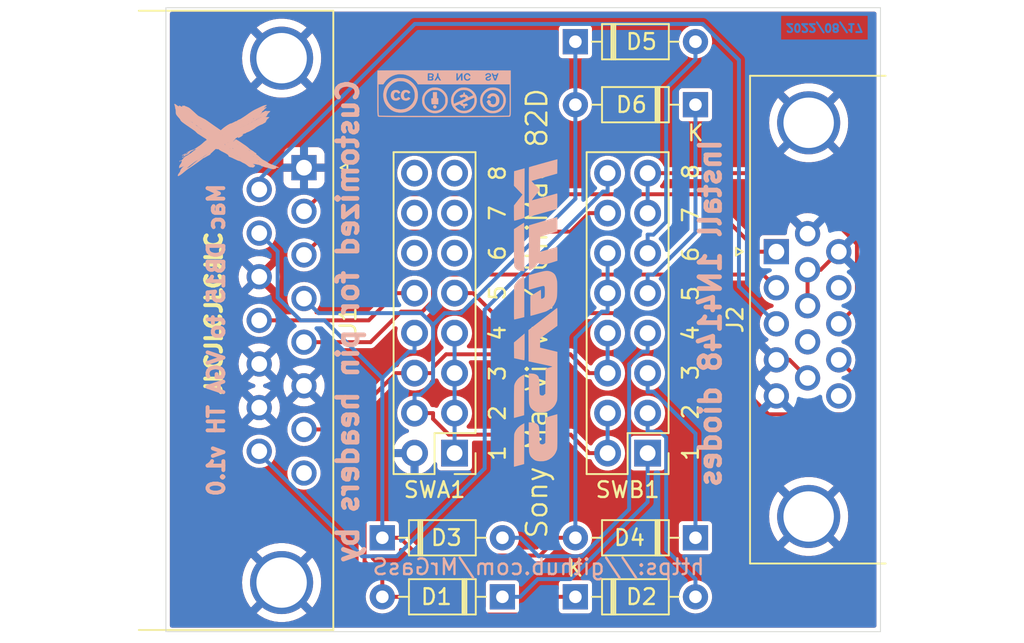
<source format=kicad_pcb>
(kicad_pcb (version 20211014) (generator pcbnew)
  (layers (0 "F.Cu" signal) (31 "B.Cu" signal) (34 "B.Paste" user) (35 "F.Paste" user) (36 "B.SilkS" user "B.Silkscreen") (37 "F.SilkS" user "F.Silkscreen") (38 "B.Mask" user) (39 "F.Mask" user) (44 "Edge.Cuts" user))
  (net 0 "")
  (net 1 "/S1-1")
  (net 2 "/D1")
  (net 3 "/D2")
  (net 4 "/D3")
  (net 5 "/S2-1")
  (net 6 "/D4")
  (net 7 "/S0-1")
  (net 8 "/D5")
  (net 9 "/D6")
  (net 10 "/HS")
  (net 11 "/VS")
  (net 12 "/B")
  (net 13 "Net-(J1-Pad8)")
  (net 14 "/G")
  (net 15 "/CS")
  (net 16 "/R")
  (net 17 "Net-(J2-Pad15)")
  (net 18 "/VS-2")
  (net 19 "Net-(J2-Pad12)")
  (net 20 "Net-(J2-Pad9)")
  (net 21 "Net-(SWA1-Pad1)")
  (net 22 "/HS-CS")
  (net 23 "/GND")
  (footprint "Connector_Dsub:DSUB-15_Male_Horizontal_P2.77x2.84mm_EdgePinOffset7.70mm_Housed_MountingHolesOffset9.12mm" (layer "F.Cu") (at 109.22 95.25 -90)
    (fp_text reference "J1" (at 9.695 -2.8 90) (layer "F.SilkS"))
    (fp_text value "Mac_DB15_Male_MountingHoles")
    (pad "0" thru_hole circle locked (at -6.955 1.42 270) (size 4 4) (drill 3.2) (layers *.Cu *.Mask) (net 23 "/GND"))
    (pad "0" thru_hole circle locked (at 26.345 1.42 270) (size 4 4) (drill 3.2) (layers *.Cu *.Mask) (net 23 "/GND"))
    (pad "1" thru_hole rect locked (at 0 0 270) (size 1.6 1.6) (drill 1) (layers *.Cu *.Mask) (net 23 "/GND"))
    (pad "2" thru_hole circle locked (at 2.77 0 270) (size 1.6 1.6) (drill 1) (layers *.Cu *.Mask) (net 16 "/R"))
    (pad "3" thru_hole circle locked (at 5.54 0 270) (size 1.6 1.6) (drill 1) (layers *.Cu *.Mask) (net 15 "/CS"))
    (pad "4" thru_hole circle locked (at 8.31 0 270) (size 1.6 1.6) (drill 1) (layers *.Cu *.Mask) (net 7 "/S0-1"))
    (pad "5" thru_hole circle locked (at 11.08 0 270) (size 1.6 1.6) (drill 1) (layers *.Cu *.Mask) (net 14 "/G"))
    (pad "6" thru_hole circle locked (at 13.85 0 270) (size 1.6 1.6) (drill 1) (layers *.Cu *.Mask) (net 23 "/GND"))
    (pad "7" thru_hole circle locked (at 16.62 0 270) (size 1.6 1.6) (drill 1) (layers *.Cu *.Mask) (net 1 "/S1-1"))
    (pad "8" thru_hole circle locked (at 19.39 0 270) (size 1.6 1.6) (drill 1) (layers *.Cu *.Mask) (net 13 "Net-(J1-Pad8)"))
    (pad "9" thru_hole circle locked (at 1.385 2.84 270) (size 1.6 1.6) (drill 1) (layers *.Cu *.Mask) (net 12 "/B"))
    (pad "10" thru_hole circle locked (at 4.155 2.84 270) (size 1.6 1.6) (drill 1) (layers *.Cu *.Mask) (net 5 "/S2-1"))
    (pad "11" thru_hole circle locked (at 6.925 2.84 270) (size 1.6 1.6) (drill 1) (layers *.Cu *.Mask) (net 23 "/GND"))
    (pad "12" thru_hole circle locked (at 9.695 2.84 270) (size 1.6 1.6) (drill 1) (layers *.Cu *.Mask) (net 11 "/VS"))
    (pad "13" thru_hole circle locked (at 12.465 2.84 270) (size 1.6 1.6) (drill 1) (layers *.Cu *.Mask) (net 23 "/GND"))
    (pad "14" thru_hole circle locked (at 15.235 2.84 270) (size 1.6 1.6) (drill 1) (layers *.Cu *.Mask) (net 23 "/GND"))
    (pad "15" thru_hole circle locked (at 18.005 2.84 270) (size 1.6 1.6) (drill 1) (layers *.Cu *.Mask) (net 10 "/HS"))
  )
  (footprint "Connector_PinHeader_2.54mm:PinHeader_2x08_P2.54mm_Vertical" (layer "F.Cu") (at 118.775 113.375 180)
    (fp_text reference "SWA1" (at 1.27 -2.33 180) (layer "F.SilkS"))
    (fp_text value "SW_DIP_x08")
    (fp_text user "6" (at -2.725 12.7 90 unlocked) (layer "F.SilkS"))
    (fp_text user "4" (at -2.725 7.625 90 unlocked) (layer "F.SilkS"))
    (fp_text user "5" (at -2.725 10.175 90 unlocked) (layer "F.SilkS"))
    (fp_text user "2" (at -2.725 2.55 90 unlocked) (layer "F.SilkS"))
    (fp_text user "3" (at -2.725 5.075 90 unlocked) (layer "F.SilkS"))
    (fp_text user "1" (at -2.725 0 90 unlocked) (layer "F.SilkS"))
    (fp_text user "8" (at -2.725 17.775 90 unlocked) (layer "F.SilkS"))
    (fp_text user "7" (at -2.725 15.25 90 unlocked) (layer "F.SilkS"))
    (pad "1" thru_hole rect (at 0 0 180) (size 1.7 1.7) (drill 1) (layers *.Cu *.Mask) (net 21 "Net-(SWA1-Pad1)"))
    (pad "2" thru_hole oval (at 0 2.54 180) (size 1.7 1.7) (drill 1) (layers *.Cu *.Mask) (net 21 "Net-(SWA1-Pad1)"))
    (pad "3" thru_hole oval (at 0 5.08 180) (size 1.7 1.7) (drill 1) (layers *.Cu *.Mask) (net 21 "Net-(SWA1-Pad1)"))
    (pad "4" thru_hole oval (at 0 7.62 180) (size 1.7 1.7) (drill 1) (layers *.Cu *.Mask) (net 21 "Net-(SWA1-Pad1)"))
    (pad "5" thru_hole oval (at 0 10.16 180) (size 1.7 1.7) (drill 1) (layers *.Cu *.Mask) (net 18 "/VS-2"))
    (pad "6" thru_hole oval (at 0 12.7 180) (size 1.7 1.7) (drill 1) (layers *.Cu *.Mask))
    (pad "7" thru_hole oval (at 0 15.24 180) (size 1.7 1.7) (drill 1) (layers *.Cu *.Mask))
    (pad "8" thru_hole oval (at 0 17.78 180) (size 1.7 1.7) (drill 1) (layers *.Cu *.Mask))
    (pad "9" thru_hole oval (at 2.54 17.78 180) (size 1.7 1.7) (drill 1) (layers *.Cu *.Mask))
    (pad "10" thru_hole oval (at 2.54 15.24 180) (size 1.7 1.7) (drill 1) (layers *.Cu *.Mask))
    (pad "11" thru_hole oval (at 2.54 12.7 180) (size 1.7 1.7) (drill 1) (layers *.Cu *.Mask))
    (pad "12" thru_hole oval (at 2.54 10.16 180) (size 1.7 1.7) (drill 1) (layers *.Cu *.Mask) (net 11 "/VS"))
    (pad "13" thru_hole oval (at 2.54 7.62 180) (size 1.7 1.7) (drill 1) (layers *.Cu *.Mask) (net 5 "/S2-1"))
    (pad "14" thru_hole oval (at 2.54 5.08 180) (size 1.7 1.7) (drill 1) (layers *.Cu *.Mask) (net 1 "/S1-1"))
    (pad "15" thru_hole oval (at 2.54 2.54 180) (size 1.7 1.7) (drill 1) (layers *.Cu *.Mask) (net 7 "/S0-1"))
    (pad "16" thru_hole oval (at 2.54 0 180) (size 1.7 1.7) (drill 1) (layers *.Cu *.Mask) (net 23 "/GND"))
  )
  (footprint "Diode_THT:D_DO-35_SOD27_P7.62mm_Horizontal" (layer "F.Cu") (at 126.44 122.5)
    (fp_text reference "D2" (at 4.191 0) (layer "F.SilkS"))
    (fp_text value "1N4148")
    (fp_text user "K" (at 0 -1.8) (layer "F.SilkS"))
    (pad "1" thru_hole rect locked (at 0 0) (size 1.6 1.6) (drill 0.8) (layers *.Cu *.Mask) (net 1 "/S1-1"))
    (pad "2" thru_hole oval locked (at 7.62 0) (size 1.6 1.6) (drill 0.8) (layers *.Cu *.Mask) (net 3 "/D2"))
  )
  (footprint "Diode_THT:D_DO-35_SOD27_P7.62mm_Horizontal" (layer "F.Cu") (at 121.81 122.5 180)
    (fp_text reference "D1" (at 4.191 0) (layer "F.SilkS"))
    (fp_text value "1N4148")
    (pad "1" thru_hole rect locked (at 0 0 180) (size 1.6 1.6) (drill 0.8) (layers *.Cu *.Mask) (net 2 "/D1"))
    (pad "2" thru_hole oval locked (at 7.62 0 180) (size 1.6 1.6) (drill 0.8) (layers *.Cu *.Mask) (net 1 "/S1-1"))
  )
  (footprint "Diode_THT:D_DO-35_SOD27_P7.62mm_Horizontal" (layer "F.Cu") (at 114.19 118.75)
    (fp_text reference "D3" (at 4.064 0) (layer "F.SilkS"))
    (fp_text value "1N4148")
    (pad "1" thru_hole rect locked (at 0 0) (size 1.6 1.6) (drill 0.8) (layers *.Cu *.Mask) (net 5 "/S2-1"))
    (pad "2" thru_hole oval locked (at 7.62 0) (size 1.6 1.6) (drill 0.8) (layers *.Cu *.Mask) (net 4 "/D3"))
  )
  (footprint "Diode_THT:D_DO-35_SOD27_P7.62mm_Horizontal" (layer "F.Cu") (at 134.06 118.75 180)
    (fp_text reference "D4" (at 4.191 0) (layer "F.SilkS"))
    (fp_text value "1N4148")
    (pad "1" thru_hole rect locked (at 0 0 180) (size 1.6 1.6) (drill 0.8) (layers *.Cu *.Mask) (net 6 "/D4"))
    (pad "2" thru_hole oval locked (at 7.62 0 180) (size 1.6 1.6) (drill 0.8) (layers *.Cu *.Mask) (net 5 "/S2-1"))
  )
  (footprint "Diode_THT:D_DO-35_SOD27_P7.62mm_Horizontal" (layer "F.Cu") (at 126.44 87.25)
    (fp_text reference "D5" (at 4.191 0) (layer "F.SilkS"))
    (fp_text value "1N4148")
    (pad "1" thru_hole rect locked (at 0 0) (size 1.6 1.6) (drill 0.8) (layers *.Cu *.Mask) (net 7 "/S0-1"))
    (pad "2" thru_hole oval locked (at 7.62 0) (size 1.6 1.6) (drill 0.8) (layers *.Cu *.Mask) (net 8 "/D5"))
  )
  (footprint "Diode_THT:D_DO-35_SOD27_P7.62mm_Horizontal" (layer "F.Cu") (at 134.06 91.25 180)
    (fp_text reference "D6" (at 4.064 0) (layer "F.SilkS"))
    (fp_text value "1N4148")
    (fp_text user "K" (at 0 -1.8) (layer "F.SilkS"))
    (pad "1" thru_hole rect locked (at 0 0 180) (size 1.6 1.6) (drill 0.8) (layers *.Cu *.Mask) (net 9 "/D6"))
    (pad "2" thru_hole oval locked (at 7.62 0 180) (size 1.6 1.6) (drill 0.8) (layers *.Cu *.Mask) (net 7 "/S0-1"))
  )
  (footprint "Connector_PinHeader_2.54mm:PinHeader_2x08_P2.54mm_Vertical" (layer "F.Cu") (at 131.025 113.375 180)
    (fp_text reference "SWB1" (at 1.27 -2.33 180) (layer "F.SilkS"))
    (fp_text value "SW_DIP_x08")
    (fp_text user "3" (at -2.725 5.125 90 unlocked) (layer "F.SilkS"))
    (fp_text user "7" (at -2.725 15.125 90 unlocked) (layer "F.SilkS"))
    (fp_text user "5" (at -2.725 10.125 90 unlocked) (layer "F.SilkS"))
    (fp_text user "4" (at -2.725 7.625 90 unlocked) (layer "F.SilkS"))
    (fp_text user "1" (at -2.725 0 90 unlocked) (layer "F.SilkS"))
    (fp_text user "8" (at -2.725 17.875 90 unlocked) (layer "F.SilkS"))
    (fp_text user "2" (at -2.725 2.625 90 unlocked) (layer "F.SilkS"))
    (fp_text user "6" (at -2.725 12.625 90 unlocked) (layer "F.SilkS"))
    (pad "1" thru_hole rect (at 0 0 180) (size 1.7 1.7) (drill 1) (layers *.Cu *.Mask) (net 2 "/D1"))
    (pad "2" thru_hole oval (at 0 2.54 180) (size 1.7 1.7) (drill 1) (layers *.Cu *.Mask) (net 3 "/D2"))
    (pad "3" thru_hole oval (at 0 5.08 180) (size 1.7 1.7) (drill 1) (layers *.Cu *.Mask) (net 6 "/D4"))
    (pad "4" thru_hole oval (at 0 7.62 180) (size 1.7 1.7) (drill 1) (layers *.Cu *.Mask) (net 4 "/D3"))
    (pad "5" thru_hole oval (at 0 10.16 180) (size 1.7 1.7) (drill 1) (layers *.Cu *.Mask) (net 9 "/D6"))
    (pad "6" thru_hole oval (at 0 12.7 180) (size 1.7 1.7) (drill 1) (layers *.Cu *.Mask) (net 8 "/D5"))
    (pad "7" thru_hole oval (at 0 15.24 180) (size 1.7 1.7) (drill 1) (layers *.Cu *.Mask) (net 22 "/HS-CS"))
    (pad "8" thru_hole oval (at 0 17.78 180) (size 1.7 1.7) (drill 1) (layers *.Cu *.Mask) (net 22 "/HS-CS"))
    (pad "9" thru_hole oval (at 2.54 17.78 180) (size 1.7 1.7) (drill 1) (layers *.Cu *.Mask) (net 10 "/HS"))
    (pad "10" thru_hole oval (at 2.54 15.24 180) (size 1.7 1.7) (drill 1) (layers *.Cu *.Mask) (net 15 "/CS"))
    (pad "11" thru_hole oval (at 2.54 12.7 180) (size 1.7 1.7) (drill 1) (layers *.Cu *.Mask) (net 5 "/S2-1"))
    (pad "12" thru_hole oval (at 2.54 10.16 180) (size 1.7 1.7) (drill 1) (layers *.Cu *.Mask) (net 5 "/S2-1"))
    (pad "13" thru_hole oval (at 2.54 7.62 180) (size 1.7 1.7) (drill 1) (layers *.Cu *.Mask) (net 1 "/S1-1"))
    (pad "14" thru_hole oval (at 2.54 5.08 180) (size 1.7 1.7) (drill 1) (layers *.Cu *.Mask) (net 1 "/S1-1"))
    (pad "15" thru_hole oval (at 2.54 2.54 180) (size 1.7 1.7) (drill 1) (layers *.Cu *.Mask) (net 7 "/S0-1"))
    (pad "16" thru_hole oval (at 2.54 0 180) (size 1.7 1.7) (drill 1) (layers *.Cu *.Mask) (net 7 "/S0-1"))
  )
  (footprint "project:logo_7_back" (layer "F.Cu") (at 103.25 93.5 90)
    (fp_text reference "LOGOX" hide)
    (fp_text value "LOGO" hide)
  )
  (footprint "Connector_Dsub:DSUB-15-HD_Female_Horizontal_P2.29x1.98mm_EdgePinOffset3.03mm_Housed_MountingHolesOffset4.94mm" (layer "F.Cu") (at 139.192 100.584 90)
    (fp_text reference "J2" (at -4.315 -2.61 90) (layer "F.SilkS"))
    (fp_text value "VGA_DB15_Female_HighDensity_MountingHoles")
    (pad "0" thru_hole circle locked (at -16.815 2.05 90) (size 4 4) (drill 3.2) (layers *.Cu *.Mask) (net 23 "/GND"))
    (pad "0" thru_hole circle locked (at 8.185 2.05 90) (size 4 4) (drill 3.2) (layers *.Cu *.Mask) (net 23 "/GND"))
    (pad "1" thru_hole rect locked (at 0 0 90) (size 1.6 1.6) (drill 1) (layers *.Cu *.Mask) (net 16 "/R"))
    (pad "2" thru_hole circle locked (at -2.29 0 90) (size 1.6 1.6) (drill 1) (layers *.Cu *.Mask) (net 14 "/G"))
    (pad "3" thru_hole circle locked (at -4.58 0 90) (size 1.6 1.6) (drill 1) (layers *.Cu *.Mask) (net 12 "/B"))
    (pad "4" thru_hole circle locked (at -6.87 0 90) (size 1.6 1.6) (drill 1) (layers *.Cu *.Mask) (net 23 "/GND"))
    (pad "5" thru_hole circle locked (at -9.16 0 90) (size 1.6 1.6) (drill 1) (layers *.Cu *.Mask) (net 23 "/GND"))
    (pad "6" thru_hole circle locked (at 1.145 1.98 90) (size 1.6 1.6) (drill 1) (layers *.Cu *.Mask) (net 23 "/GND"))
    (pad "7" thru_hole circle locked (at -1.145 1.98 90) (size 1.6 1.6) (drill 1) (layers *.Cu *.Mask) (net 23 "/GND"))
    (pad "8" thru_hole circle locked (at -3.435 1.98 90) (size 1.6 1.6) (drill 1) (layers *.Cu *.Mask) (net 23 "/GND"))
    (pad "9" thru_hole circle locked (at -5.725 1.98 90) (size 1.6 1.6) (drill 1) (layers *.Cu *.Mask) (net 20 "Net-(J2-Pad9)"))
    (pad "10" thru_hole circle locked (at -8.015 1.98 90) (size 1.6 1.6) (drill 1) (layers *.Cu *.Mask) (net 23 "/GND"))
    (pad "11" thru_hole circle locked (at 0 3.96 90) (size 1.6 1.6) (drill 1) (layers *.Cu *.Mask) (net 23 "/GND"))
    (pad "12" thru_hole circle locked (at -2.29 3.96 90) (size 1.6 1.6) (drill 1) (layers *.Cu *.Mask) (net 19 "Net-(J2-Pad12)"))
    (pad "13" thru_hole circle locked (at -4.58 3.96 90) (size 1.6 1.6) (drill 1) (layers *.Cu *.Mask) (net 22 "/HS-CS"))
    (pad "14" thru_hole circle locked (at -6.87 3.96 90) (size 1.6 1.6) (drill 1) (layers *.Cu *.Mask) (net 18 "/VS-2"))
    (pad "15" thru_hole circle locked (at -9.16 3.96 90) (size 1.6 1.6) (drill 1) (layers *.Cu *.Mask) (net 17 "Net-(J2-Pad15)"))
  )
  (footprint "project:cc_by_nc_sa_front_silk_screen" (layer "B.Cu") (at 118.11 90.551)
    (fp_text reference "LOGO" hide)
    (fp_text value "LOGO" hide)
  )
  (footprint "project:mrgasslogo" (layer "B.Cu") (at 124 104.5 -90)
    (fp_text reference "mrgasslogo" hide)
    (fp_text value "LOGO" hide)
  )
  (gr_line (start 100.457 124.714) (end 100.457 85.09) (layer "Edge.Cuts") (width 0.05))
  (gr_line (start 145.796 85.09) (end 145.796 124.714) (layer "Edge.Cuts") (width 0.05))
  (gr_line (start 145.796 124.714) (end 100.457 124.714) (layer "Edge.Cuts") (width 0.05))
  (gr_line (start 100.457 85.09) (end 145.796 85.09) (layer "Edge.Cuts") (width 0.05))
  (gr_text "2022/08/17" (at 142.24 86.36 180) (layer "B.Cu") (effects (font (size 0.5 0.5) (thickness 0.125)) (justify mirror)))
  (gr_text "Mac DB15 to VGA TH v1.0" (at 103.654 106.192 90) (layer "B.SilkS") (effects (font (size 1 1) (thickness 0.25)) (justify mirror)))
  (gr_text "Install 1N4148 diodes" (at 135 104.5 90) (layer "B.SilkS") (effects (font (size 1.3 1.3) (thickness 0.3)) (justify mirror)))
  (gr_text "Customized for pin headers by" (at 112 105 90) (layer "B.SilkS") (effects (font (size 1.3 1.3) (thickness 0.3)) (justify mirror)))
  (gr_text "https://github.com/MrGasS" (at 124.1 120.6) (layer "B.SilkS") (effects (font (size 1 1)) (justify mirror)))
  (gr_text "Sony MacView / UniMac 82D" (at 124 104.5 90) (layer "F.SilkS") (effects (font (size 1.3 1.3))))
  (gr_text "JLCJLCJLCJLC" (at 103.5 104.5 90) (layer "F.SilkS") (effects (font (size 1 1) (thickness 0.25))))
  (segment (start 114.19 122.5) (end 114.19 121.3749) (width 0.25) (layer "F.Cu") (net 1))
  (segment (start 116.4402 123.6251) (end 124.1898 123.6251) (width 0.25) (layer "F.Cu") (net 1))
  (segment (start 114.19 122.5) (end 115.3151 122.5) (width 0.25) (layer "F.Cu") (net 1))
  (segment (start 113.0648 120.2497) (end 114.19 121.3749) (width 0.25) (layer "F.Cu") (net 1))
  (segment (start 124.1898 123.6251) (end 125.3149 122.5) (width 0.25) (layer "F.Cu") (net 1))
  (segment (start 116.235 108.295) (end 115.0599 108.295) (width 0.25) (layer "F.Cu") (net 1))
  (segment (start 117.4101 107.9297) (end 117.4101 108.295) (width 0.25) (layer "F.Cu") (net 1))
  (segment (start 115.3151 122.5) (end 116.4402 123.6251) (width 0.25) (layer "F.Cu") (net 1))
  (segment (start 115.0599 108.295) (end 113.0648 110.2901) (width 0.25) (layer "F.Cu") (net 1))
  (segment (start 127.3099 108.295) (end 126.1157 107.1008) (width 0.25) (layer "F.Cu") (net 1))
  (segment (start 128.485 108.295) (end 127.3099 108.295) (width 0.25) (layer "F.Cu") (net 1))
  (segment (start 113.0648 111.87) (end 113.0648 120.2497) (width 0.25) (layer "F.Cu") (net 1))
  (segment (start 113.0648 110.2901) (end 113.0648 111.87) (width 0.25) (layer "F.Cu") (net 1))
  (segment (start 113.0648 111.87) (end 109.22 111.87) (width 0.25) (layer "F.Cu") (net 1))
  (segment (start 116.235 108.295) (end 117.4101 108.295) (width 0.25) (layer "F.Cu") (net 1))
  (segment (start 126.44 122.5) (end 125.3149 122.5) (width 0.25) (layer "F.Cu") (net 1))
  (segment (start 118.239 107.1008) (end 117.4101 107.9297) (width 0.25) (layer "F.Cu") (net 1))
  (segment (start 126.1157 107.1008) (end 118.239 107.1008) (width 0.25) (layer "F.Cu") (net 1))
  (segment (start 128.485 108.295) (end 128.485 105.755) (width 0.25) (layer "B.Cu") (net 1))
  (segment (start 124.0602 121.3749) (end 122.9351 122.5) (width 0.25) (layer "B.Cu") (net 2))
  (segment (start 131.025 113.375) (end 131.025 116.4723) (width 0.25) (layer "B.Cu") (net 2))
  (segment (start 121.81 122.5) (end 122.9351 122.5) (width 0.25) (layer "B.Cu") (net 2))
  (segment (start 131.025 116.4723) (end 126.1224 121.3749) (width 0.25) (layer "B.Cu") (net 2))
  (segment (start 126.1224 121.3749) (end 124.0602 121.3749) (width 0.25) (layer "B.Cu") (net 2))
  (segment (start 132.2001 112.3773) (end 132.2001 119.515) (width 0.25) (layer "B.Cu") (net 3))
  (segment (start 131.025 110.835) (end 131.025 112.0101) (width 0.25) (layer "B.Cu") (net 3))
  (segment (start 131.025 112.0101) (end 131.8329 112.0101) (width 0.25) (layer "B.Cu") (net 3))
  (segment (start 132.2001 119.515) (end 134.06 121.3749) (width 0.25) (layer "B.Cu") (net 3))
  (segment (start 131.8329 112.0101) (end 132.2001 112.3773) (width 0.25) (layer "B.Cu") (net 3))
  (segment (start 134.06 122.5) (end 134.06 121.3749) (width 0.25) (layer "B.Cu") (net 3))
  (segment (start 121.81 118.75) (end 122.9351 118.75) (width 0.25) (layer "B.Cu") (net 4))
  (segment (start 129.8499 116.9379) (end 126.8656 119.9222) (width 0.25) (layer "B.Cu") (net 4))
  (segment (start 130.6577 106.9301) (end 129.8499 107.7379) (width 0.25) (layer "B.Cu") (net 4))
  (segment (start 126.8656 119.9222) (end 124.1073 119.9222) (width 0.25) (layer "B.Cu") (net 4))
  (segment (start 124.1073 119.9222) (end 122.9351 118.75) (width 0.25) (layer "B.Cu") (net 4))
  (segment (start 129.8499 107.7379) (end 129.8499 116.9379) (width 0.25) (layer "B.Cu") (net 4))
  (segment (start 131.025 106.9301) (end 130.6577 106.9301) (width 0.25) (layer "B.Cu") (net 4))
  (segment (start 131.025 105.755) (end 131.025 106.9301) (width 0.25) (layer "B.Cu") (net 4))
  (segment (start 124.1898 119.8751) (end 116.4402 119.8751) (width 0.25) (layer "F.Cu") (net 5))
  (segment (start 125.3149 118.75) (end 124.1898 119.8751) (width 0.25) (layer "F.Cu") (net 5))
  (segment (start 116.4402 119.8751) (end 115.3151 118.75) (width 0.25) (layer "F.Cu") (net 5))
  (segment (start 114.19 118.75) (end 115.3151 118.75) (width 0.25) (layer "F.Cu") (net 5))
  (segment (start 126.44 118.75) (end 125.3149 118.75) (width 0.25) (layer "F.Cu") (net 5))
  (segment (start 114.19 108.6098) (end 110.5252 104.945) (width 0.25) (layer "B.Cu") (net 5))
  (segment (start 114.19 108.6098) (end 115.8697 106.9301) (width 0.25) (layer "B.Cu") (net 5))
  (segment (start 116.235 105.755) (end 116.235 106.9301) (width 0.25) (layer "B.Cu") (net 5))
  (segment (start 128.485 103.215) (end 128.485 104.3901) (width 0.25) (layer "B.Cu") (net 5))
  (segment (start 107.5505 103.5006) (end 107.5505 100.5755) (width 0.25) (layer "B.Cu") (net 5))
  (segment (start 128.485 100.675) (end 128.485 103.215) (width 0.25) (layer "B.Cu") (net 5))
  (segment (start 108.9949 104.945) (end 107.5505 103.5006) (width 0.25) (layer "B.Cu") (net 5))
  (segment (start 110.5252 104.945) (end 108.9949 104.945) (width 0.25) (layer "B.Cu") (net 5))
  (segment (start 107.5505 100.5755) (end 106.38 99.405) (width 0.25) (layer "B.Cu") (net 5))
  (segment (start 115.8697 106.9301) (end 116.235 106.9301) (width 0.25) (layer "B.Cu") (net 5))
  (segment (start 114.19 118.75) (end 114.19 108.6098) (width 0.25) (layer "B.Cu") (net 5))
  (segment (start 128.1178 104.3901) (end 126.44 106.0679) (width 0.25) (layer "B.Cu") (net 5))
  (segment (start 128.485 104.3901) (end 128.1178 104.3901) (width 0.25) (layer "B.Cu") (net 5))
  (segment (start 126.44 106.0679) (end 126.44 118.75) (width 0.25) (layer "B.Cu") (net 5))
  (segment (start 131.025 108.295) (end 131.025 109.4701) (width 0.25) (layer "B.Cu") (net 6))
  (segment (start 131.3922 109.4701) (end 134.06 112.1379) (width 0.25) (layer "B.Cu") (net 6))
  (segment (start 131.025 109.4701) (end 131.3922 109.4701) (width 0.25) (layer "B.Cu") (net 6))
  (segment (start 134.06 112.1379) (end 134.06 118.75) (width 0.25) (layer "B.Cu") (net 6))
  (segment (start 116.8226 110.835) (end 117.4101 110.835) (width 0.25) (layer "F.Cu") (net 7))
  (segment (start 118.4097 112.1999) (end 117.4101 111.2003) (width 0.25) (layer "F.Cu") (net 7))
  (segment (start 117.4101 111.2003) (end 117.4101 110.835) (width 0.25) (layer "F.Cu") (net 7))
  (segment (start 116.8226 110.835) (end 116.235 110.835) (width 0.25) (layer "F.Cu") (net 7))
  (segment (start 126.1348 112.1999) (end 118.4097 112.1999) (width 0.25) (layer "F.Cu") (net 7))
  (segment (start 128.485 113.375) (end 127.3099 113.375) (width 0.25) (layer "F.Cu") (net 7))
  (segment (start 127.3099 113.375) (end 126.1348 112.1999) (width 0.25) (layer "F.Cu") (net 7))
  (segment (start 116.235 110.835) (end 116.235 109.6599) (width 0.25) (layer "B.Cu") (net 7))
  (segment (start 118.1545 104.485) (end 117.4102 105.2293) (width 0.25) (layer "B.Cu") (net 7))
  (segment (start 110.145 104.485) (end 109.22 103.56) (width 0.25) (layer "B.Cu") (net 7))
  (segment (start 116.6659 104.485) (end 110.145 104.485) (width 0.25) (layer "B.Cu") (net 7))
  (segment (start 126.44 87.25) (end 126.44 91.25) (width 0.25) (layer "B.Cu") (net 7))
  (segment (start 119.1825 104.485) (end 118.1545 104.485) (width 0.25) (layer "B.Cu") (net 7))
  (segment (start 128.485 113.375) (end 128.485 110.835) (width 0.25) (layer "B.Cu") (net 7))
  (segment (start 116.235 109.6599) (end 116.6022 109.6599) (width 0.25) (layer "B.Cu") (net 7))
  (segment (start 117.4102 108.8519) (end 117.4102 105.2293) (width 0.25) (layer "B.Cu") (net 7))
  (segment (start 117.4102 105.2293) (end 116.6659 104.485) (width 0.25) (layer "B.Cu") (net 7))
  (segment (start 126.44 91.25) (end 126.44 97.2275) (width 0.25) (layer "B.Cu") (net 7))
  (segment (start 116.6022 109.6599) (end 117.4102 108.8519) (width 0.25) (layer "B.Cu") (net 7))
  (segment (start 126.44 97.2275) (end 119.1825 104.485) (width 0.25) (layer "B.Cu") (net 7))
  (segment (start 132.2001 90.235) (end 134.06 88.3751) (width 0.25) (layer "B.Cu") (net 8))
  (segment (start 132.2001 98.6921) (end 132.2001 90.235) (width 0.25) (layer "B.Cu") (net 8))
  (segment (start 134.06 87.25) (end 134.06 88.3751) (width 0.25) (layer "B.Cu") (net 8))
  (segment (start 131.025 99.4999) (end 131.3923 99.4999) (width 0.25) (layer "B.Cu") (net 8))
  (segment (start 131.3923 99.4999) (end 132.2001 98.6921) (width 0.25) (layer "B.Cu") (net 8))
  (segment (start 131.025 100.675) (end 131.025 99.4999) (width 0.25) (layer "B.Cu") (net 8))
  (segment (start 134.06 99.3721) (end 131.3922 102.0399) (width 0.25) (layer "B.Cu") (net 9))
  (segment (start 131.3922 102.0399) (end 131.025 102.0399) (width 0.25) (layer "B.Cu") (net 9))
  (segment (start 131.025 103.215) (end 131.025 102.0399) (width 0.25) (layer "B.Cu") (net 9))
  (segment (start 134.06 91.25) (end 134.06 92.3751) (width 0.25) (layer "B.Cu") (net 9))
  (segment (start 134.06 92.3751) (end 134.06 99.3721) (width 0.25) (layer "B.Cu") (net 9))
  (segment (start 128.485 95.595) (end 128.485 96.7701) (width 0.25) (layer "B.Cu") (net 10))
  (segment (start 128.1848 96.7701) (end 120.6848 104.2701) (width 0.25) (layer "B.Cu") (net 10))
  (segment (start 120.6848 104.2701) (end 120.6848 114.343) (width 0.25) (layer "B.Cu") (net 10))
  (segment (start 115.1027 119.9251) (end 112.9074 119.9251) (width 0.25) (layer "B.Cu") (net 10))
  (segment (start 106.38 113.3977) (end 106.38 113.255) (width 0.25) (layer "B.Cu") (net 10))
  (segment (start 112.9074 119.9251) (end 106.38 113.3977) (width 0.25) (layer "B.Cu") (net 10))
  (segment (start 128.485 96.7701) (end 128.1848 96.7701) (width 0.25) (layer "B.Cu") (net 10))
  (segment (start 120.6848 114.343) (end 115.1027 119.9251) (width 0.25) (layer "B.Cu") (net 10))
  (segment (start 116.235 103.215) (end 115.0599 103.215) (width 0.25) (layer "F.Cu") (net 11))
  (segment (start 113.3299 104.945) (end 106.38 104.945) (width 0.25) (layer "F.Cu") (net 11))
  (segment (start 115.0599 103.215) (end 113.3299 104.945) (width 0.25) (layer "F.Cu") (net 11))
  (segment (start 106.38 95.9981) (end 106.38 96.635) (width 0.25) (layer "B.Cu") (net 12))
  (segment (start 139.192 105.164) (end 136.8186 102.7906) (width 0.25) (layer "B.Cu") (net 12))
  (segment (start 136.8186 88.4157) (end 134.5277 86.1248) (width 0.25) (layer "B.Cu") (net 12))
  (segment (start 134.5277 86.1248) (end 116.2533 86.1248) (width 0.25) (layer "B.Cu") (net 12))
  (segment (start 136.8186 102.7906) (end 136.8186 88.4157) (width 0.25) (layer "B.Cu") (net 12))
  (segment (start 116.2533 86.1248) (end 106.38 95.9981) (width 0.25) (layer "B.Cu") (net 12))
  (segment (start 113.4432 106.33) (end 109.22 106.33) (width 0.25) (layer "F.Cu") (net 14))
  (segment (start 118.2446 102.0364) (end 117.4102 102.8708) (width 0.25) (layer "F.Cu") (net 14))
  (segment (start 139.192 102.874) (end 138.3544 102.0364) (width 0.25) (layer "F.Cu") (net 14))
  (segment (start 116.7247 104.3902) (end 115.383 104.3902) (width 0.25) (layer "F.Cu") (net 14))
  (segment (start 115.383 104.3902) (end 113.4432 106.33) (width 0.25) (layer "F.Cu") (net 14))
  (segment (start 117.4102 103.7047) (end 116.7247 104.3902) (width 0.25) (layer "F.Cu") (net 14))
  (segment (start 117.4102 102.8708) (end 117.4102 103.7047) (width 0.25) (layer "F.Cu") (net 14))
  (segment (start 138.3544 102.0364) (end 118.2446 102.0364) (width 0.25) (layer "F.Cu") (net 14))
  (segment (start 110.6999 99.3101) (end 109.22 100.79) (width 0.25) (layer "F.Cu") (net 15))
  (segment (start 126.1348 99.3101) (end 110.6999 99.3101) (width 0.25) (layer "F.Cu") (net 15))
  (segment (start 128.485 98.135) (end 127.3099 98.135) (width 0.25) (layer "F.Cu") (net 15))
  (segment (start 127.3099 98.135) (end 126.1348 99.3101) (width 0.25) (layer "F.Cu") (net 15))
  (segment (start 139.192 100.584) (end 138.0669 100.584) (width 0.25) (layer "F.Cu") (net 16))
  (segment (start 110.3028 96.9372) (end 109.22 98.02) (width 0.25) (layer "F.Cu") (net 16))
  (segment (start 138.0669 100.584) (end 134.4201 96.9372) (width 0.25) (layer "F.Cu") (net 16))
  (segment (start 134.4201 96.9372) (end 110.3028 96.9372) (width 0.25) (layer "F.Cu") (net 16))
  (segment (start 138.6942 110.9113) (end 132.2679 104.485) (width 0.25) (layer "F.Cu") (net 18))
  (segment (start 143.152 107.454) (end 144.3326 108.6346) (width 0.25) (layer "F.Cu") (net 18))
  (segment (start 118.775 103.215) (end 119.9501 103.215) (width 0.25) (layer "F.Cu") (net 18))
  (segment (start 144.3326 110.2409) (end 143.6622 110.9113) (width 0.25) (layer "F.Cu") (net 18))
  (segment (start 121.2201 104.485) (end 119.9501 103.215) (width 0.25) (layer "F.Cu") (net 18))
  (segment (start 143.6622 110.9113) (end 138.6942 110.9113) (width 0.25) (layer "F.Cu") (net 18))
  (segment (start 144.3326 108.6346) (end 144.3326 110.2409) (width 0.25) (layer "F.Cu") (net 18))
  (segment (start 132.2679 104.485) (end 121.2201 104.485) (width 0.25) (layer "F.Cu") (net 18))
  (segment (start 118.775 110.835) (end 118.775 113.375) (width 0.25) (layer "B.Cu") (net 21))
  (segment (start 118.775 108.295) (end 118.775 110.835) (width 0.25) (layer "B.Cu") (net 21))
  (segment (start 118.775 105.755) (end 118.775 108.295) (width 0.25) (layer "B.Cu") (net 21))
  (segment (start 144.3052 100.0989) (end 139.8013 95.595) (width 0.25) (layer "F.Cu") (net 22))
  (segment (start 144.3052 104.0108) (end 144.3052 100.0989) (width 0.25) (layer "F.Cu") (net 22))
  (segment (start 143.152 105.164) (end 144.3052 104.0108) (width 0.25) (layer "F.Cu") (net 22))
  (segment (start 139.8013 95.595) (end 131.025 95.595) (width 0.25) (layer "F.Cu") (net 22))
  (segment (start 131.025 95.595) (end 131.025 98.135) (width 0.25) (layer "B.Cu") (net 22))
  (segment (start 140.027 107.454) (end 141.172 108.599) (width 0.25) (layer "F.Cu") (net 23))
  (segment (start 139.192 107.454) (end 140.027 107.454) (width 0.25) (layer "F.Cu") (net 23))
  (segment (start 143.152 100.584) (end 142.007 101.729) (width 0.25) (layer "F.Cu") (net 23))
  (segment (start 142.007 101.729) (end 141.172 101.729) (width 0.25) (layer "F.Cu") (net 23))
  (segment (start 141.172 101.729) (end 141.172 104.019) (width 0.25) (layer "F.Cu") (net 23))
  (zone (net 23) (net_name "/GND") (layer "F.Cu") (connect_pads (clearance 0.254)) (min_thickness 0.254) (fill yes (thermal_gap 0.508) (thermal_bridge_width 0.508))
    (polygon (pts (xy 145.796 124.714) (xy 100.457 124.714) (xy 100.457 85.09) (xy 145.796 85.09)))
  )
  (zone (net 23) (net_name "/GND") (layer "B.Cu") (connect_pads (clearance 0.254)) (min_thickness 0.254) (fill yes (thermal_gap 0.508) (thermal_bridge_width 0.508))
    (polygon (pts (xy 145.796 124.714) (xy 100.457 124.714) (xy 100.457 85.09) (xy 145.796 85.09)))
  )
)
</source>
